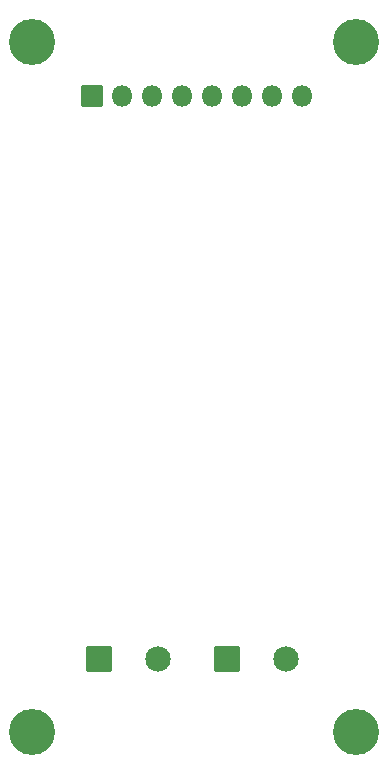
<source format=gbr>
%TF.GenerationSoftware,KiCad,Pcbnew,7.0.10-7.0.10~ubuntu22.04.1*%
%TF.CreationDate,2024-03-28T15:08:32-05:00*%
%TF.ProjectId,IIoT_Sensor,49496f54-5f53-4656-9e73-6f722e6b6963,1.0*%
%TF.SameCoordinates,Original*%
%TF.FileFunction,Soldermask,Bot*%
%TF.FilePolarity,Negative*%
%FSLAX46Y46*%
G04 Gerber Fmt 4.6, Leading zero omitted, Abs format (unit mm)*
G04 Created by KiCad (PCBNEW 7.0.10-7.0.10~ubuntu22.04.1) date 2024-03-28 15:08:32*
%MOMM*%
%LPD*%
G01*
G04 APERTURE LIST*
G04 Aperture macros list*
%AMRoundRect*
0 Rectangle with rounded corners*
0 $1 Rounding radius*
0 $2 $3 $4 $5 $6 $7 $8 $9 X,Y pos of 4 corners*
0 Add a 4 corners polygon primitive as box body*
4,1,4,$2,$3,$4,$5,$6,$7,$8,$9,$2,$3,0*
0 Add four circle primitives for the rounded corners*
1,1,$1+$1,$2,$3*
1,1,$1+$1,$4,$5*
1,1,$1+$1,$6,$7*
1,1,$1+$1,$8,$9*
0 Add four rect primitives between the rounded corners*
20,1,$1+$1,$2,$3,$4,$5,0*
20,1,$1+$1,$4,$5,$6,$7,0*
20,1,$1+$1,$6,$7,$8,$9,0*
20,1,$1+$1,$8,$9,$2,$3,0*%
G04 Aperture macros list end*
%ADD10C,3.901600*%
%ADD11RoundRect,0.102000X-0.975000X-0.975000X0.975000X-0.975000X0.975000X0.975000X-0.975000X0.975000X0*%
%ADD12C,2.154000*%
%ADD13RoundRect,0.050800X0.850000X-0.850000X0.850000X0.850000X-0.850000X0.850000X-0.850000X-0.850000X0*%
%ADD14O,1.801600X1.801600*%
G04 APERTURE END LIST*
D10*
%TO.C,*%
X174752000Y-112268000D03*
%TD*%
D11*
%TO.C,J4*%
X163830000Y-106122500D03*
D12*
X168830000Y-106122500D03*
%TD*%
D10*
%TO.C,*%
X174752000Y-53848000D03*
%TD*%
D11*
%TO.C,J5*%
X152948000Y-106122500D03*
D12*
X157948000Y-106122500D03*
%TD*%
D10*
%TO.C,*%
X147320000Y-112268000D03*
%TD*%
%TO.C,REF\u002A\u002A*%
X147320000Y-53848000D03*
%TD*%
D13*
%TO.C,J1*%
X152400000Y-58420000D03*
D14*
X154940000Y-58420000D03*
X157480000Y-58420000D03*
X160020000Y-58420000D03*
X162560000Y-58420000D03*
X165100000Y-58420000D03*
X167640000Y-58420000D03*
X170180000Y-58420000D03*
%TD*%
M02*

</source>
